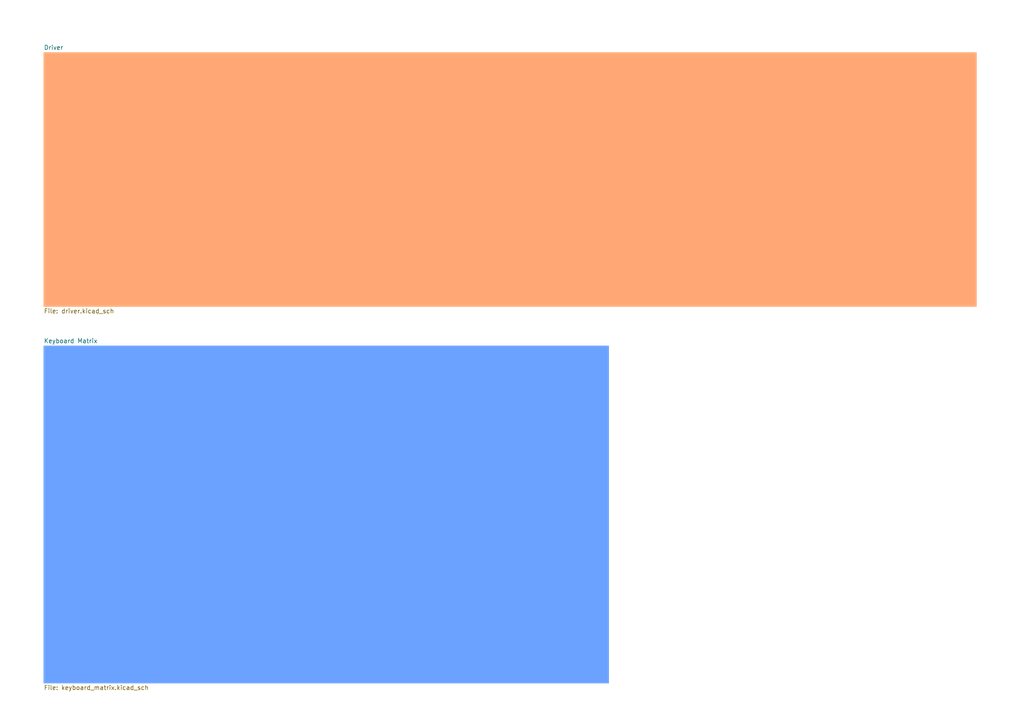
<source format=kicad_sch>
(kicad_sch
	(version 20250114)
	(generator "eeschema")
	(generator_version "9.0")
	(uuid "cbe25a1b-6c02-43c2-9ff9-ba274c7cf6a2")
	(paper "A4")
	(title_block
		(title "Main level")
		(date "2025-10-01")
		(rev "1 - do not edit connector pin layout.")
		(company "Henry's Software House")
		(comment 1 "This is where the main logic of the sheet is located.")
		(comment 2 "This provides a high level overview without ")
		(comment 3 "cluttering the content with the keyboad matrix.")
	)
	(lib_symbols)
	(sheet
		(at 12.7 15.24)
		(size 270.51 73.66)
		(exclude_from_sim no)
		(in_bom yes)
		(on_board yes)
		(dnp no)
		(fields_autoplaced yes)
		(stroke
			(width 0.1524)
			(type solid)
			(color 255 168 118 1)
		)
		(fill
			(color 255 168 118 1.0000)
		)
		(uuid "8498b325-11fd-4b20-a704-75ec3d8987ef")
		(property "Sheetname" "Driver"
			(at 12.7 14.5284 0)
			(effects
				(font
					(size 1.27 1.27)
				)
				(justify left bottom)
			)
		)
		(property "Sheetfile" "driver.kicad_sch"
			(at 12.7 89.4846 0)
			(effects
				(font
					(size 1.27 1.27)
				)
				(justify left top)
			)
		)
		(instances
			(project "polytonic_greek_keyboard"
				(path "/cbe25a1b-6c02-43c2-9ff9-ba274c7cf6a2"
					(page "21")
				)
			)
		)
	)
	(sheet
		(at 12.7 100.33)
		(size 163.83 97.79)
		(exclude_from_sim no)
		(in_bom yes)
		(on_board yes)
		(dnp no)
		(fields_autoplaced yes)
		(stroke
			(width 0.1524)
			(type solid)
			(color 107 161 255 1)
		)
		(fill
			(color 107 161 255 1.0000)
		)
		(uuid "dc7dc8d0-3fc1-4401-9905-7f0a56042fcf")
		(property "Sheetname" "Keyboard Matrix"
			(at 12.7 99.6184 0)
			(effects
				(font
					(size 1.27 1.27)
				)
				(justify left bottom)
			)
		)
		(property "Sheetfile" "keyboard_matrix.kicad_sch"
			(at 12.7 198.7046 0)
			(effects
				(font
					(size 1.27 1.27)
				)
				(justify left top)
			)
		)
		(instances
			(project "polytonic_greek_keyboard"
				(path "/cbe25a1b-6c02-43c2-9ff9-ba274c7cf6a2"
					(page "22")
				)
			)
		)
	)
	(sheet_instances
		(path "/"
			(page "1")
		)
	)
	(embedded_fonts no)
)

</source>
